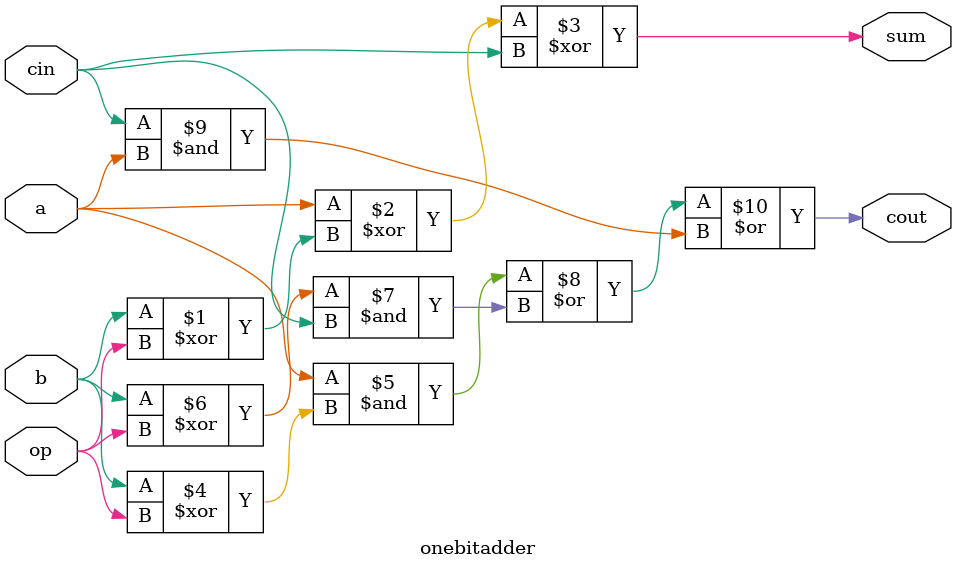
<source format=v>
`timescale 1ns / 1ps
module onebitadder(a,b,cin,op,sum,cout);

input a,b,cin,op;
output sum,cout;
wire sum, cout;

assign sum = a^(b^op)^cin;
assign cout = (a&(b^op)) | ((b^op)&cin) | (cin&a);

endmodule

</source>
